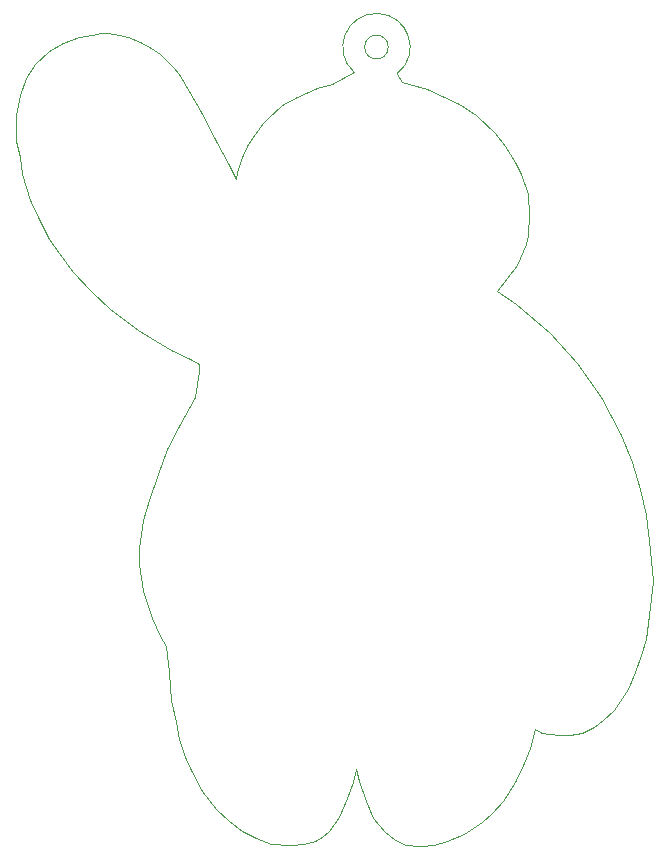
<source format=gbr>
%TF.GenerationSoftware,KiCad,Pcbnew,(5.1.6)-1*%
%TF.CreationDate,2020-12-12T17:11:39+01:00*%
%TF.ProjectId,stm32L412K8T6,73746d33-324c-4343-9132-4b3854362e6b,rev?*%
%TF.SameCoordinates,Original*%
%TF.FileFunction,Profile,NP*%
%FSLAX46Y46*%
G04 Gerber Fmt 4.6, Leading zero omitted, Abs format (unit mm)*
G04 Created by KiCad (PCBNEW (5.1.6)-1) date 2020-12-12 17:11:39*
%MOMM*%
%LPD*%
G01*
G04 APERTURE LIST*
%TA.AperFunction,Profile*%
%ADD10C,0.050000*%
%TD*%
G04 APERTURE END LIST*
D10*
X175900000Y-60600000D02*
X177700000Y-63700000D01*
X194800000Y-61300000D02*
X194349999Y-60599999D01*
X196900000Y-61900000D02*
X194800000Y-61300000D01*
X199600000Y-63200000D02*
X196900000Y-61900000D01*
X201000000Y-64100000D02*
X199600000Y-63200000D01*
X202600000Y-65600000D02*
X201000000Y-64100000D01*
X203500000Y-66700000D02*
X202600000Y-65600000D01*
X204300000Y-68100000D02*
X203500000Y-66700000D01*
X204800000Y-69100000D02*
X204300000Y-68100000D01*
X205400000Y-70800000D02*
X204800000Y-69100000D01*
X205500000Y-72600000D02*
X205400000Y-70800000D01*
X205400000Y-74300000D02*
X205500000Y-72600000D01*
X205300000Y-75000000D02*
X205400000Y-74300000D01*
X204500000Y-76800000D02*
X205300000Y-75000000D01*
X202800000Y-79000000D02*
X204500000Y-76800000D01*
X204400000Y-80100000D02*
X202800000Y-79000000D01*
X207300000Y-82600000D02*
X204400000Y-80100000D01*
X209600000Y-85100000D02*
X207300000Y-82600000D01*
X211600000Y-88000000D02*
X209600000Y-85100000D01*
X213300000Y-91200000D02*
X211600000Y-88000000D01*
X214200000Y-93500000D02*
X213300000Y-91200000D01*
X214900000Y-95800000D02*
X214200000Y-93500000D01*
X215400000Y-98000000D02*
X214900000Y-95800000D01*
X215800000Y-100900000D02*
X215400000Y-98000000D01*
X216000000Y-103600000D02*
X215800000Y-100900000D01*
X215700000Y-106400000D02*
X216000000Y-103600000D01*
X215400000Y-108500000D02*
X215700000Y-106400000D01*
X215000000Y-109800000D02*
X215400000Y-108500000D01*
X214500000Y-111300000D02*
X215000000Y-109800000D01*
X213900000Y-112700000D02*
X214500000Y-111300000D01*
X213400000Y-113500000D02*
X213900000Y-112700000D01*
X212700000Y-114500000D02*
X213400000Y-113500000D01*
X211800000Y-115300000D02*
X212700000Y-114500000D01*
X211000000Y-115900000D02*
X211800000Y-115300000D01*
X210500000Y-116200000D02*
X211000000Y-115900000D01*
X210000000Y-116400000D02*
X210500000Y-116200000D01*
X209000000Y-116600000D02*
X210000000Y-116400000D01*
X208100000Y-116600000D02*
X209000000Y-116600000D01*
X207200000Y-116500000D02*
X208100000Y-116600000D01*
X206600000Y-116400000D02*
X207200000Y-116500000D01*
X206000000Y-116100000D02*
X206600000Y-116400000D01*
X205600000Y-117700000D02*
X206000000Y-116100000D01*
X205100000Y-119000000D02*
X205600000Y-117700000D01*
X204300000Y-120600000D02*
X205100000Y-119000000D01*
X203300000Y-122200000D02*
X204300000Y-120600000D01*
X202400000Y-123200000D02*
X203300000Y-122200000D01*
X201500000Y-124000000D02*
X202400000Y-123200000D01*
X200000000Y-125000000D02*
X201500000Y-124000000D01*
X198600000Y-125600000D02*
X200000000Y-125000000D01*
X197500000Y-125900000D02*
X198600000Y-125600000D01*
X196300000Y-126000000D02*
X197500000Y-125900000D01*
X195100000Y-125900000D02*
X196300000Y-126000000D01*
X194500000Y-125700000D02*
X195100000Y-125900000D01*
X194100000Y-125400000D02*
X194500000Y-125700000D01*
X193300000Y-124800000D02*
X194100000Y-125400000D01*
X192300000Y-123600000D02*
X193300000Y-124800000D01*
X191700000Y-122200000D02*
X192300000Y-123600000D01*
X191100000Y-120500000D02*
X191700000Y-122200000D01*
X190900000Y-119500000D02*
X191100000Y-120500000D01*
X190600000Y-120600000D02*
X190900000Y-119500000D01*
X190100000Y-121900000D02*
X190600000Y-120600000D01*
X189400000Y-123500000D02*
X190100000Y-121900000D01*
X188600000Y-124700000D02*
X189400000Y-123500000D01*
X188000000Y-125200000D02*
X188600000Y-124700000D01*
X187400000Y-125600000D02*
X188000000Y-125200000D01*
X186500000Y-125800000D02*
X187400000Y-125600000D01*
X185300000Y-125900000D02*
X186500000Y-125800000D01*
X183700000Y-125800000D02*
X185300000Y-125900000D01*
X182400000Y-125300000D02*
X183700000Y-125800000D01*
X181200000Y-124700000D02*
X182400000Y-125300000D01*
X180100000Y-123900000D02*
X181200000Y-124700000D01*
X179000000Y-122900000D02*
X180100000Y-123900000D01*
X177800000Y-121300000D02*
X179000000Y-122900000D01*
X176900000Y-119600000D02*
X177800000Y-121300000D01*
X176400000Y-118500000D02*
X176900000Y-119600000D01*
X175900000Y-116900000D02*
X176400000Y-118500000D01*
X175600000Y-115500000D02*
X175900000Y-116900000D01*
X175200000Y-113600000D02*
X175600000Y-115500000D01*
X175000000Y-111300000D02*
X175200000Y-113600000D01*
X174800000Y-109100000D02*
X175000000Y-111300000D01*
X174300000Y-108200000D02*
X174800000Y-109100000D01*
X173600000Y-106700000D02*
X174300000Y-108200000D01*
X172800000Y-104400000D02*
X173600000Y-106700000D01*
X172500000Y-102100000D02*
X172800000Y-104400000D01*
X172500000Y-100800000D02*
X172500000Y-102100000D01*
X172800000Y-98400000D02*
X172500000Y-100800000D01*
X173300000Y-96700000D02*
X172800000Y-98400000D01*
X174100000Y-94500000D02*
X173300000Y-96700000D01*
X174900000Y-92400000D02*
X174100000Y-94500000D01*
X175900000Y-90400000D02*
X174900000Y-92400000D01*
X177200000Y-88000000D02*
X175900000Y-90400000D01*
X177400000Y-86900000D02*
X177200000Y-88000000D01*
X177600000Y-85800000D02*
X177400000Y-86900000D01*
X177600000Y-85200000D02*
X177600000Y-85800000D01*
X176800000Y-84800000D02*
X177600000Y-85200000D01*
X175200000Y-84000000D02*
X176800000Y-84800000D01*
X173500000Y-83000000D02*
X175200000Y-84000000D01*
X172400000Y-82300000D02*
X173500000Y-83000000D01*
X170000000Y-80500000D02*
X172400000Y-82300000D01*
X168400000Y-79000000D02*
X170000000Y-80500000D01*
X166900000Y-77400000D02*
X168400000Y-79000000D01*
X165700000Y-75800000D02*
X166900000Y-77400000D01*
X164900000Y-74600000D02*
X165700000Y-75800000D01*
X164000000Y-72900000D02*
X164900000Y-74600000D01*
X163300000Y-71300000D02*
X164000000Y-72900000D01*
X162600000Y-69100000D02*
X163300000Y-71300000D01*
X162400000Y-67700000D02*
X162600000Y-69100000D01*
X162100000Y-66300000D02*
X162400000Y-67700000D01*
X162100000Y-64100000D02*
X162100000Y-66300000D01*
X162400000Y-62400000D02*
X162100000Y-64100000D01*
X162900000Y-61000000D02*
X162400000Y-62400000D01*
X163700000Y-59800000D02*
X162900000Y-61000000D01*
X164900000Y-58700000D02*
X163700000Y-59800000D01*
X166100000Y-58000000D02*
X164900000Y-58700000D01*
X167400000Y-57500000D02*
X166100000Y-58000000D01*
X168500000Y-57300000D02*
X167400000Y-57500000D01*
X169300000Y-57200000D02*
X168500000Y-57300000D01*
X169900000Y-57200000D02*
X169300000Y-57200000D01*
X170800000Y-57300000D02*
X169900000Y-57200000D01*
X171600000Y-57500000D02*
X170800000Y-57300000D01*
X172600000Y-57900000D02*
X171600000Y-57500000D01*
X173500000Y-58400000D02*
X172600000Y-57900000D01*
X174300000Y-58900000D02*
X173500000Y-58400000D01*
X174900000Y-59500000D02*
X174300000Y-58900000D01*
X175400000Y-60000000D02*
X174900000Y-59500000D01*
X175900000Y-60600000D02*
X175400000Y-60000000D01*
X179000000Y-66300000D02*
X177700000Y-63700000D01*
X180100000Y-68300000D02*
X179000000Y-66300000D01*
X180700000Y-69500000D02*
X180100000Y-68300000D01*
X180800000Y-68900000D02*
X180700000Y-69500000D01*
X181200000Y-67700000D02*
X180800000Y-68900000D01*
X181700000Y-66600000D02*
X181200000Y-67700000D01*
X182300000Y-65700000D02*
X181700000Y-66600000D01*
X183000000Y-64800000D02*
X182300000Y-65700000D01*
X183400000Y-64400000D02*
X183000000Y-64800000D01*
X184600000Y-63300000D02*
X183400000Y-64400000D01*
X185900000Y-62600000D02*
X184600000Y-63300000D01*
X187600000Y-61800000D02*
X185900000Y-62600000D01*
X188800000Y-61500000D02*
X187600000Y-61800000D01*
X190706272Y-60480443D02*
X188800000Y-61500000D01*
X193600000Y-58350000D02*
G75*
G03*
X193600000Y-58350000I-1000000J0D01*
G01*
X190706273Y-60480443D02*
G75*
G02*
X194349999Y-60599999I1893727J2130443D01*
G01*
M02*

</source>
